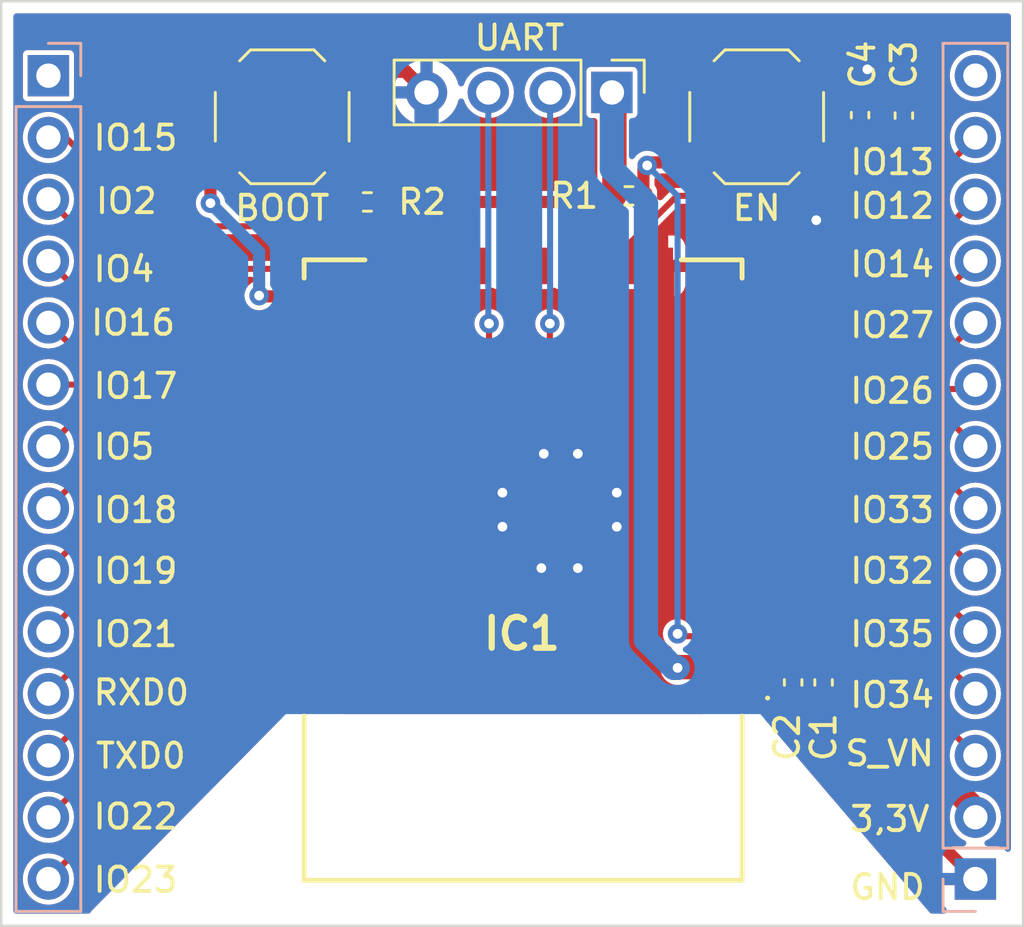
<source format=kicad_pcb>
(kicad_pcb (version 20240108) (generator "pcbnew") (generator_version "8.0")
  (layers (0 "F.Cu" signal) (31 "B.Cu" signal) (34 "B.Paste" user) (35 "F.Paste" user) (36 "B.SilkS" user "B.Silkscreen") (37 "F.SilkS" user "F.Silkscreen") (38 "B.Mask" user) (39 "F.Mask" user) (44 "Edge.Cuts" user))
  (net 0 "")
  (net 1 "GND")
  (net 2 "+3.3V")
  (net 3 "EN")
  (net 4 "IO19")
  (net 6 "IO21")
  (net 8 "IO2")
  (net 9 "IO16")
  (net 10 "IO25")
  (net 11 "IO13")
  (net 12 "RXD0")
  (net 13 "IO32")
  (net 14 "IO22")
  (net 15 "IO34")
  (net 17 "IO35")
  (net 19 "IO26")
  (net 21 "IO5")
  (net 22 "IO12")
  (net 24 "IO18")
  (net 25 "IO23")
  (net 26 "IO27")
  (net 27 "IO15")
  (net 28 "IO33")
  (net 29 "IO17")
  (net 31 "IO4")
  (net 32 "BOOT")
  (net 33 "SENSOR_VN")
  (net 34 "TXD0")
  (net 35 "IO14")
  (footprint "Capacitor_SMD:C_0402_1005Metric_Pad0.74x0.62mm_HandSolder" (layer "F.Cu") (at 134.75 60.5 -90)
    (property "Reference" "C2" (at 2.25 0.25 90) (layer "F.SilkS") (effects (font (thickness 0.16))))
    (property "Value" "22uF" (hide yes))
    (fp_line (start -0.115835 0.36) (end 0.115835 0.36) (stroke (width 0.12)) (layer "F.SilkS"))
    (fp_line (start -0.115835 -0.36) (end 0.115835 -0.36) (stroke (width 0.12)) (layer "F.SilkS"))
    (pad "1" smd roundrect (at -0.5675 0 270) (size 0.735 0.62) (layers "F.Cu" "F.Paste" "F.Mask") (net 2 "+3.3V"))
    (pad "2" smd roundrect (at 0.5675 0 270) (size 0.735 0.62) (layers "F.Cu" "F.Paste" "F.Mask") (net 1 "GND"))
  )
  (footprint "Button_Switch_SMD:SW_Push_1P1T_XKB_TS-1187A" (layer "F.Cu") (at 113.75 37.25)
    (property "Reference" "SW2" (hide yes))
    (property "Value" "BOOT" (at 0 3.75 0) (layer "F.SilkS") (effects (font (thickness 0.16))))
    (fp_line (start -2.75 -1) (end -2.75 1) (stroke (width 0.12)) (layer "F.SilkS"))
    (fp_line (start -1.75 -2.3) (end -1.3 -2.75) (stroke (width 0.12)) (layer "F.SilkS"))
    (fp_line (start -1.75 2.3) (end -1.3 2.75) (stroke (width 0.12)) (layer "F.SilkS"))
    (fp_line (start -1.3 -2.75) (end 1.3 -2.75) (stroke (width 0.12)) (layer "F.SilkS"))
    (fp_line (start -1.3 2.75) (end 1.3 2.75) (stroke (width 0.12)) (layer "F.SilkS"))
    (fp_line (start 1.75 -2.3) (end 1.3 -2.75) (stroke (width 0.12)) (layer "F.SilkS"))
    (fp_line (start 1.75 2.3) (end 1.3 2.75) (stroke (width 0.12)) (layer "F.SilkS"))
    (fp_line (start 2.75 -1) (end 2.75 1) (stroke (width 0.12)) (layer "F.SilkS"))
    (pad "1" smd rect (at -3 -1.875) (size 1 0.75) (layers "F.Cu" "F.Paste" "F.Mask") (net 1 "GND"))
    (pad "1" smd rect (at 3 -1.875) (size 1 0.75) (layers "F.Cu" "F.Paste" "F.Mask") (net 1 "GND"))
    (pad "2" smd rect (at -3 1.875) (size 1 0.75) (layers "F.Cu" "F.Paste" "F.Mask") (net 32 "BOOT"))
    (pad "2" smd rect (at 3 1.875) (size 1 0.75) (layers "F.Cu" "F.Paste" "F.Mask") (net 32 "BOOT"))
  )
  (footprint "Resistor_SMD:R_0402_1005Metric_Pad0.72x0.64mm_HandSolder" (layer "F.Cu") (at 128 40.5)
    (property "Reference" "R1" (at -2.25 0 0) (layer "F.SilkS") (effects (font (thickness 0.16))))
    (property "Value" "10kR" (hide yes))
    (fp_line (start -0.167621 -0.38) (end 0.167621 -0.38) (stroke (width 0.12)) (layer "F.SilkS"))
    (fp_line (start -0.167621 0.38) (end 0.167621 0.38) (stroke (width 0.12)) (layer "F.SilkS"))
    (pad "1" smd roundrect (at -0.5975 0) (size 0.715 0.64) (layers "F.Cu" "F.Paste" "F.Mask") (net 2 "+3.3V"))
    (pad "2" smd roundrect (at 0.5975 0) (size 0.715 0.64) (layers "F.Cu" "F.Paste" "F.Mask") (net 3 "EN"))
  )
  (footprint "Capacitor_SMD:C_0402_1005Metric_Pad0.74x0.62mm_HandSolder" (layer "F.Cu") (at 137.5 37.1825 -90)
    (property "Reference" "C4" (at -2.0825 -0.1 90) (layer "F.SilkS") (effects (font (thickness 0.16))))
    (property "Value" "100nF" (hide yes))
    (fp_line (start -0.115835 0.36) (end 0.115835 0.36) (stroke (width 0.12)) (layer "F.SilkS"))
    (fp_line (start -0.115835 -0.36) (end 0.115835 -0.36) (stroke (width 0.12)) (layer "F.SilkS"))
    (pad "1" smd roundrect (at -0.5675 0 270) (size 0.735 0.62) (layers "F.Cu" "F.Paste" "F.Mask") (net 1 "GND"))
    (pad "2" smd roundrect (at 0.5675 0 270) (size 0.735 0.62) (layers "F.Cu" "F.Paste" "F.Mask") (net 3 "EN"))
  )
  (footprint "User_defined_footprints:ESP32WROOM32EN4" (layer "F.Cu") (at 123.65 55.88 180)
    (property "Reference" "IC1" (at 0.05 -2.62 180) (layer "F.SilkS") (effects (font (size 1.27 1.27) (thickness 0.254))))
    (property "Value" "ESP32-WROOM-32E-N4" (hide yes))
    (fp_line (start 9 12.75) (end 6.5 12.75) (stroke (width 0.2)) (layer "F.SilkS"))
    (fp_line (start 9 12) (end 9 12.75) (stroke (width 0.2)) (layer "F.SilkS"))
    (fp_line (start 9 -12.75) (end 9 -6) (stroke (width 0.2)) (layer "F.SilkS"))
    (fp_line (start -6.5 12.75) (end -9 12.75) (stroke (width 0.2)) (layer "F.SilkS"))
    (fp_line (start -9 12.75) (end -9 12) (stroke (width 0.2)) (layer "F.SilkS"))
    (fp_line (start -9 -6) (end -9 -12.75) (stroke (width 0.2)) (layer "F.SilkS"))
    (fp_line (start -9 -12.75) (end 9 -12.75) (stroke (width 0.2)) (layer "F.SilkS"))
    (fp_line (start -10 -5.26) (end -10 -5.26) (stroke (width 0.1)) (layer "F.SilkS"))
    (fp_line (start -10.1 -5.26) (end -10.1 -5.26) (stroke (width 0.1)) (layer "F.SilkS"))
    (fp_arc (start -10 -5.26) (mid -10.05 -5.21) (end -10.1 -5.26) (stroke (width 0.1)) (layer "F.SilkS"))
    (fp_arc (start -10.1 -5.26) (mid -10.05 -5.31) (end -10 -5.26) (stroke (width 0.1)) (layer "F.SilkS"))
    (pad "1" smd rect (at -8.75 -5.26 270) (size 0.9 1.5) (layers "F.Cu" "F.Paste" "F.Mask") (net 1 "GND"))
    (pad "2" smd rect (at -8.75 -3.99 270) (size 0.9 1.5) (layers "F.Cu" "F.Paste" "F.Mask") (net 2 "+3.3V"))
    (pad "3" smd rect (at -8.75 -2.72 270) (size 0.9 1.5) (layers "F.Cu" "F.Paste" "F.Mask") (net 3 "EN"))
    (pad "4" smd rect (at -8.75 -1.45 270) (size 0.9 1.5) (layers "F.Cu" "F.Paste" "F.Mask") (net 2 "+3.3V"))
    (pad "5" smd rect (at -8.75 -0.18 270) (size 0.9 1.5) (layers "F.Cu" "F.Paste" "F.Mask") (net 33 "SENSOR_VN"))
    (pad "6" smd rect (at -8.75 1.09 270) (size 0.9 1.5) (layers "F.Cu" "F.Paste" "F.Mask") (net 15 "IO34"))
    (pad "7" smd rect (at -8.75 2.36 270) (size 0.9 1.5) (layers "F.Cu" "F.Paste" "F.Mask") (net 17 "IO35"))
    (pad "8" smd rect (at -8.75 3.63 270) (size 0.9 1.5) (layers "F.Cu" "F.Paste" "F.Mask") (net 13 "IO32"))
    (pad "9" smd rect (at -8.75 4.9 270) (size 0.9 1.5) (layers "F.Cu" "F.Paste" "F.Mask") (net 28 "IO33"))
    (pad "10" smd rect (at -8.75 6.17 270) (size 0.9 1.5) (layers "F.Cu" "F.Paste" "F.Mask") (net 10 "IO25"))
    (pad "11" smd rect (at -8.75 7.44 270) (size 0.9 1.5) (layers "F.Cu" "F.Paste" "F.Mask") (net 19 "IO26"))
    (pad "12" smd rect (at -8.75 8.71 270) (size 0.9 1.5) (layers "F.Cu" "F.Paste" "F.Mask") (net 26 "IO27"))
    (pad "13" smd rect (at -8.75 9.98 270) (size 0.9 1.5) (layers "F.Cu" "F.Paste" "F.Mask") (net 35 "IO14"))
    (pad "14" smd rect (at -8.75 11.25 270) (size 0.9 1.5) (layers "F.Cu" "F.Paste" "F.Mask") (net 22 "IO12"))
    (pad "15" smd rect (at -5.715 12.5 180) (size 0.9 1.5) (layers "F.Cu" "F.Paste" "F.Mask") (net 1 "GND"))
    (pad "16" smd rect (at -4.445 12.5 180) (size 0.9 1.5) (layers "F.Cu" "F.Paste" "F.Mask") (net 11 "IO13"))
    (pad "17" smd rect (at -3.175 12.5 180) (size 0.9 1.5) (layers "F.Cu" "F.Paste" "F.Mask"))
    (pad "18" smd rect (at -1.905 12.5 180) (size 0.9 1.5) (layers "F.Cu" "F.Paste" "F.Mask"))
    (pad "19" smd rect (at -0.635 12.5 180) (size 0.9 1.5) (layers "F.Cu" "F.Paste" "F.Mask"))
    (pad "20" smd rect (at 0.635 12.5 180) (size 0.9 1.5) (layers "F.Cu" "F.Paste" "F.Mask"))
    (pad "21" smd rect (at 1.905 12.5 180) (size 0.9 1.5) (layers "F.Cu" "F.Paste" "F.Mask"))
    (pad "22" smd rect (at 3.175 12.5 180) (size 0.9 1.5) (layers "F.Cu" "F.Paste" "F.Mask"))
    (pad "23" smd rect (at 4.445 12.5 180) (size 0.9 1.5) (layers "F.Cu" "F.Paste" "F.Mask") (net 27 "IO15"))
    (pad "24" smd rect (at 5.715 12.5 180) (size 0.9 1.5) (layers "F.Cu" "F.Paste" "F.Mask") (net 8 "IO2"))
    (pad "25" smd rect (at 8.75 11.25 270) (size 0.9 1.5) (layers "F.Cu" "F.Paste" "F.Mask") (net 32 "BOOT"))
    (pad "26" smd rect (at 8.75 9.98 270) (size 0.9 1.5) (layers "F.Cu" "F.Paste" "F.Mask") (net 31 "IO4"))
    (pad "27" smd rect (at 8.75 8.71 270) (size 0.9 1.5) (layers "F.Cu" "F.Paste" "F.Mask") (net 9 "IO16"))
    (pad "28" smd rect (at 8.75 7.44 270) (size 0.9 1.5) (layers "F.Cu" "F.Paste" "F.Mask") (net 29 "IO17"))
    (pad "29" smd rect (at 8.75 6.17 270) (size 0.9 1.5) (layers "F.Cu" "F.Paste" "F.Mask") (net 21 "IO5"))
    (pad "30" smd rect (at 8.75 4.9 270) (size 0.9 1.5) (layers "F.Cu" "F.Paste" "F.Mask") (net 24 "IO18"))
    (pad "31" smd rect (at 8.75 3.63 270) (size 0.9 1.5) (layers "F.Cu" "F.Paste" "F.Mask") (net 4 "IO19"))
    (pad "32" smd rect (at 8.75 2.36 270) (size 0.9 1.5) (layers "F.Cu" "F.Paste" "F.Mask"))
    (pad "33" smd rect (at 8.75 1.09 270) (size 0.9 1.5) (layers "F.Cu" "F.Paste" "F.Mask") (net 6 "IO21"))
    (pad "34" smd rect (at 8.75 -0.18 270) (size 0.9 1.5) (layers "F.Cu" "F.Paste" "F.Mask") (net 12 "RXD0"))
    (pad "35" smd rect (at 8.75 -1.45 270) (size 0.9 1.5) (layers "F.Cu" "F.Paste" "F.Mask") (net 34 "TXD0"))
    (pad "36" smd rect (at 8.75 -2.72 270) (size 0.9 1.5) (layers "F.Cu" "F.Paste" "F.Mask") (net 14 "IO22"))
    (pad "37" smd rect (at 8.75 -3.99 270) (size 0.9 1.5) (layers "F.Cu" "F.Paste" "F.Mask") (net 25 "IO23"))
    (pad "38" smd rect (at 8.75 -5.26 270) (size 0.9 1.5) (layers "F.Cu" "F.Paste" "F.Mask") (net 1 "GND"))
    (pad "39" smd rect (at -2.9 1.06 270) (size 0.9 0.9) (layers "F.Cu" "F.Paste" "F.Mask") (net 1 "GND"))
    (pad "40" smd rect (at -2.9 2.46 270) (size 0.9 0.9) (layers "F.Cu" "F.Paste" "F.Mask") (net 1 "GND"))
    (pad "41" smd rect (at -2.9 3.86 270) (size 0.9 0.9) (layers "F.Cu" "F.Paste" "F.Mask") (net 1 "GND"))
    (pad "42" smd rect (at -1.5 3.86 270) (size 0.9 0.9) (layers "F.Cu" "F.Paste" "F.Mask") (net 1 "GND"))
    (pad "43" smd rect (at -0.1 3.86 270) (size 0.9 0.9) (layers "F.Cu" "F.Paste" "F.Mask") (net 1 "GND"))
    (pad "44" smd rect (at -0.1 2.46 270) (size 0.9 0.9) (layers "F.Cu" "F.Paste" "F.Mask") (net 1 "GND"))
    (pad "45" smd rect (at -0.1 1.06 270) (size 0.9 0.9) (layers "F.Cu" "F.Paste" "F.Mask") (net 1 "GND"))
    (pad "46" smd rect (at -1.5 1.06 270) (size 0.9 0.9) (layers "F.Cu" "F.Paste" "F.Mask") (net 1 "GND"))
    (pad "47" smd rect (at -1.5 2.46 270) (size 0.9 0.9) (layers "F.Cu" "F.Paste" "F.Mask") (net 1 "GND"))
  )
  (footprint "Capacitor_SMD:C_0402_1005Metric_Pad0.74x0.62mm_HandSolder" (layer "F.Cu") (at 136 60.5 -90)
    (property "Reference" "C1" (at 2.25 0 90) (layer "F.SilkS") (effects (font (thickness 0.16))))
    (property "Value" "100nF" (hide yes))
    (fp_line (start -0.115835 0.36) (end 0.115835 0.36) (stroke (width 0.12)) (layer "F.SilkS"))
    (fp_line (start -0.115835 -0.36) (end 0.115835 -0.36) (stroke (width 0.12)) (layer "F.SilkS"))
    (pad "1" smd roundrect (at -0.5675 0 270) (size 0.735 0.62) (layers "F.Cu" "F.Paste" "F.Mask") (net 2 "+3.3V"))
    (pad "2" smd roundrect (at 0.5675 0 270) (size 0.735 0.62) (layers "F.Cu" "F.Paste" "F.Mask") (net 1 "GND"))
  )
  (footprint "Connector_PinHeader_2.54mm:PinHeader_1x04_P2.54mm_Vertical" (layer "F.Cu") (at 127.3 36.25 -90)
    (property "Reference" "J3" (hide yes))
    (property "Value" "UART" (at -2.25 3.8 180) (layer "F.SilkS") (effects (font (thickness 0.16))))
    (fp_line (start -1.33 8.95) (end 1.33 8.95) (stroke (width 0.12)) (layer "F.SilkS"))
    (fp_line (start -1.33 1.27) (end -1.33 8.95) (stroke (width 0.12)) (layer "F.SilkS"))
    (fp_line (start -1.33 1.27) (end 1.33 1.27) (stroke (width 0.12)) (layer "F.SilkS"))
    (fp_line (start 1.33 1.27) (end 1.33 8.95) (stroke (width 0.12)) (layer "F.SilkS"))
    (fp_line (start -1.33 0) (end -1.33 -1.33) (stroke (width 0.12)) (layer "F.SilkS"))
    (fp_line (start -1.33 -1.33) (end 0 -1.33) (stroke (width 0.12)) (layer "F.SilkS"))
    (pad "1" thru_hole rect (at 0 0 270) (size 1.7 1.7) (drill 1) (layers "*.Cu" "*.Mask") (net 2 "+3.3V"))
    (pad "2" thru_hole oval (at 0 2.54 270) (size 1.7 1.7) (drill 1) (layers "*.Cu" "*.Mask") (net 34 "TXD0"))
    (pad "3" thru_hole oval (at 0 5.08 270) (size 1.7 1.7) (drill 1) (layers "*.Cu" "*.Mask") (net 12 "RXD0"))
    (pad "4" thru_hole oval (at 0 7.62 270) (size 1.7 1.7) (drill 1) (layers "*.Cu" "*.Mask") (net 1 "GND"))
  )
  (footprint "Capacitor_SMD:C_0402_1005Metric_Pad0.74x0.62mm_HandSolder" (layer "F.Cu") (at 139.3 37.2 90)
    (property "Reference" "C3" (at 2.1 0 270) (layer "F.SilkS") (effects (font (thickness 0.16))))
    (property "Value" "1uF" (hide yes))
    (fp_line (start -0.115835 -0.36) (end 0.115835 -0.36) (stroke (width 0.12)) (layer "F.SilkS"))
    (fp_line (start -0.115835 0.36) (end 0.115835 0.36) (stroke (width 0.12)) (layer "F.SilkS"))
    (pad "1" smd roundrect (at -0.5675 0 90) (size 0.735 0.62) (layers "F.Cu" "F.Paste" "F.Mask") (net 3 "EN"))
    (pad "2" smd roundrect (at 0.5675 0 90) (size 0.735 0.62) (layers "F.Cu" "F.Paste" "F.Mask") (net 1 "GND"))
  )
  (footprint "Button_Switch_SMD:SW_Push_1P1T_XKB_TS-1187A" (layer "F.Cu") (at 133.25 37.25)
    (property "Reference" "SW1" (hide yes))
    (property "Value" "EN" (at 0 3.75 0) (layer "F.SilkS") (effects (font (thickness 0.16))))
    (fp_line (start -2.75 -1) (end -2.75 1) (stroke (width 0.12)) (layer "F.SilkS"))
    (fp_line (start -1.75 -2.3) (end -1.3 -2.75) (stroke (width 0.12)) (layer "F.SilkS"))
    (fp_line (start -1.75 2.3) (end -1.3 2.75) (stroke (width 0.12)) (layer "F.SilkS"))
    (fp_line (start -1.3 -2.75) (end 1.3 -2.75) (stroke (width 0.12)) (layer "F.SilkS"))
    (fp_line (start -1.3 2.75) (end 1.3 2.75) (stroke (width 0.12)) (layer "F.SilkS"))
    (fp_line (start 1.75 -2.3) (end 1.3 -2.75) (stroke (width 0.12)) (layer "F.SilkS"))
    (fp_line (start 1.75 2.3) (end 1.3 2.75) (stroke (width 0.12)) (layer "F.SilkS"))
    (fp_line (start 2.75 -1) (end 2.75 1) (stroke (width 0.12)) (layer "F.SilkS"))
    (pad "1" smd rect (at -3 -1.875) (size 1 0.75) (layers "F.Cu" "F.Paste" "F.Mask") (net 1 "GND"))
    (pad "1" smd rect (at 3 -1.875) (size 1 0.75) (layers "F.Cu" "F.Paste" "F.Mask") (net 1 "GND"))
    (pad "2" smd rect (at -3 1.875) (size 1 0.75) (layers "F.Cu" "F.Paste" "F.Mask") (net 3 "EN"))
    (pad "2" smd rect (at 3 1.875) (size 1 0.75) (layers "F.Cu" "F.Paste" "F.Mask") (net 3 "EN"))
  )
  (footprint "Resistor_SMD:R_0402_1005Metric_Pad0.72x0.64mm_HandSolder" (layer "F.Cu") (at 117.25 40.75 180)
    (property "Reference" "R2" (at -2.25 0 180) (layer "F.SilkS") (effects (font (thickness 0.16))))
    (property "Value" "10kR" (hide yes))
    (fp_line (start -0.167621 0.38) (end 0.167621 0.38) (stroke (width 0.12)) (layer "F.SilkS"))
    (fp_line (start -0.167621 -0.38) (end 0.167621 -0.38) (stroke (width 0.12)) (layer "F.SilkS"))
    (pad "1" smd roundrect (at -0.5975 0 180) (size 0.715 0.64) (layers "F.Cu" "F.Paste" "F.Mask") (net 2 "+3.3V"))
    (pad "2" smd roundrect (at 0.5975 0 180) (size 0.715 0.64) (layers "F.Cu" "F.Paste" "F.Mask") (net 32 "BOOT"))
  )
  (footprint "Connector_PinHeader_2.54mm:PinHeader_1x14_P2.54mm_Vertical" (layer "B.Cu") (at 104.14 35.56 180)
    (property "Reference" "J1" (hide yes))
    (property "Value" "Conn_01x14_Pin" (hide yes))
    (fp_line (start 1.33 -1.27) (end -1.33 -1.27) (stroke (width 0.12)) (layer "B.SilkS"))
    (fp_line (start 1.33 -34.35) (end 1.33 -1.27) (stroke (width 0.12)) (layer "B.SilkS"))
    (fp_line (start 1.33 -34.35) (end -1.33 -34.35) (stroke (width 0.12)) (layer "B.SilkS"))
    (fp_line (start 0 1.33) (end -1.33 1.33) (stroke (width 0.12)) (layer "B.SilkS"))
    (fp_line (start -1.33 1.33) (end -1.33 0) (stroke (width 0.12)) (layer "B.SilkS"))
    (fp_line (start -1.33 -34.35) (end -1.33 -1.27) (stroke (width 0.12)) (layer "B.SilkS"))
    (pad "1" thru_hole rect (at 0 0 180) (size 1.7 1.7) (drill 1) (layers "*.Cu" "*.Mask"))
    (pad "2" thru_hole oval (at 0 -2.54 180) (size 1.7 1.7) (drill 1) (layers "*.Cu" "*.Mask") (net 27 "IO15"))
    (pad "3" thru_hole oval (at 0 -5.08 180) (size 1.7 1.7) (drill 1) (layers "*.Cu" "*.Mask") (net 8 "IO2"))
    (pad "4" thru_hole oval (at 0 -7.62 180) (size 1.7 1.7) (drill 1) (layers "*.Cu" "*.Mask") (net 31 "IO4"))
    (pad "5" thru_hole oval (at 0 -10.16 180) (size 1.7 1.7) (drill 1) (layers "*.Cu" "*.Mask") (net 9 "IO16"))
    (pad "6" thru_hole oval (at 0 -12.7 180) (size 1.7 1.7) (drill 1) (layers "*.Cu" "*.Mask") (net 29 "IO17"))
    (pad "7" thru_hole oval (at 0 -15.24 180) (size 1.7 1.7) (drill 1) (layers "*.Cu" "*.Mask") (net 21 "IO5"))
    (pad "8" thru_hole oval (at 0 -17.78 180) (size 1.7 1.7) (drill 1) (layers "*.Cu" "*.Mask") (net 24 "IO18"))
    (pad "9" thru_hole oval (at 0 -20.32 180) (size 1.7 1.7) (drill 1) (layers "*.Cu" "*.Mask") (net 4 "IO19"))
    (pad "10" thru_hole oval (at 0 -22.86 180) (size 1.7 1.7) (drill 1) (layers "*.Cu" "*.Mask") (net 6 "IO21"))
    (pad "11" thru_hole oval (at 0 -25.4 180) (size 1.7 1.7) (drill 1) (layers "*.Cu" "*.Mask") (net 12 "RXD0"))
    (pad "12" thru_hole oval (at 0 -27.94 180) (size 1.7 1.7) (drill 1) (layers "*.Cu" "*.Mask") (net 34 "TXD0"))
    (pad "13" thru_hole oval (at 0 -30.48 180) (size 1.7 1.7) (drill 1) (layers "*.Cu" "*.Mask") (net 14 "IO22"))
    (pad "14" thru_hole oval (at 0 -33.02 180) (size 1.7 1.7) (drill 1) (layers "*.Cu" "*.Mask") (net 25 "IO23"))
  )
  (footprint "Connector_PinHeader_2.54mm:PinHeader_1x14_P2.54mm_Vertical" (layer "B.Cu") (at 142.24 68.58)
    (property "Reference" "J2" (hide yes))
    (property "Value" "Conn_01x14_Pin" (hide yes))
    (fp_line (start -1.33 -34.35) (end -1.33 -1.27) (stroke (width 0.12)) (layer "B.SilkS"))
    (fp_line (start -1.33 1.33) (end -1.33 0) (stroke (width 0.12)) (layer "B.SilkS"))
    (fp_line (start 0 1.33) (end -1.33 1.33) (stroke (width 0.12)) (layer "B.SilkS"))
    (fp_line (start 1.33 -34.35) (end -1.33 -34.35) (stroke (width 0.12)) (layer "B.SilkS"))
    (fp_line (start 1.33 -34.35) (end 1.33 -1.27) (stroke (width 0.12)) (layer "B.SilkS"))
    (fp_line (start 1.33 -1.27) (end -1.33 -1.27) (stroke (width 0.12)) (layer "B.SilkS"))
    (pad "1" thru_hole rect (at 0 0) (size 1.7 1.7) (drill 1) (layers "*.Cu" "*.Mask") (net 1 "GND"))
    (pad "2" thru_hole oval (at 0 -2.54) (size 1.7 1.7) (drill 1) (layers "*.Cu" "*.Mask") (net 2 "+3.3V"))
    (pad "3" thru_hole oval (at 0 -5.08) (size 1.7 1.7) (drill 1) (layers "*.Cu" "*.Mask") (net 33 "SENSOR_VN"))
    (pad "4" thru_hole oval (at 0 -7.62) (size 1.7 1.7) (drill 1) (layers "*.Cu" "*.Mask") (net 15 "IO34"))
    (pad "5" thru_hole oval (at 0 -10.16) (size 1.7 1.7) (drill 1) (layers "*.Cu" "*.Mask") (net 17 "IO35"))
    (pad "6" thru_hole oval (at 0 -12.7) (size 1.7 1.7) (drill 1) (layers "*.Cu" "*.Mask") (net 13 "IO32"))
    (pad "7" thru_hole oval (at 0 -15.24) (size 1.7 1.7) (drill 1) (layers "*.Cu" "*.Mask") (net 28 "IO33"))
    (pad "8" thru_hole oval (at 0 -17.78) (size 1.7 1.7) (drill 1) (layers "*.Cu" "*.Mask") (net 10 "IO25"))
    (pad "9" thru_hole oval (at 0 -20.32) (size 1.7 1.7) (drill 1) (layers "*.Cu" "*.Mask") (net 19 "IO26"))
    (pad "10" thru_hole oval (at 0 -22.86) (size 1.7 1.7) (drill 1) (layers "*.Cu" "*.Mask") (net 26 "IO27"))
    (pad "11" thru_hole oval (at 0 -25.4) (size 1.7 1.7) (drill 1) (layers "*.Cu" "*.Mask") (net 35 "IO14"))
    (pad "12" thru_hole oval (at 0 -27.94) (size 1.7 1.7) (drill 1) (layers "*.Cu" "*.Mask") (net 22 "IO12"))
    (pad "13" thru_hole oval (at 0 -30.48) (size 1.7 1.7) (drill 1) (layers "*.Cu" "*.Mask") (net 11 "IO13"))
    (pad "14" thru_hole oval (at 0 -33.02) (size 1.7 1.7) (drill 1) (layers "*.Cu" "*.Mask"))
  )
  (gr_rect (start 102.2 32.5) (end 144.2 70.5) (stroke (width 0.1)) (fill none) (layer "Edge.Cuts"))
  (gr_text "IO35" (at 137 59.1 0) (layer "F.SilkS") (effects (font (size 1 1) (thickness 0.16)) (justify left bottom)))
  (gr_text "IO12" (at 137 41.5 0) (layer "F.SilkS") (effects (font (size 1 1) (thickness 0.16)) (justify left bottom)))
  (gr_text "S_VN" (at 136.8 64 0) (layer "F.SilkS") (effects (font (size 1 1) (thickness 0.16)) (justify left bottom)))
  (gr_text "IO14" (at 137 43.9 0) (layer "F.SilkS") (effects (font (size 1 1) (thickness 0.16)) (justify left bottom)))
  (gr_text "IO17" (at 105.9 48.9 0) (layer "F.SilkS") (effects (font (size 1 1) (thickness 0.16)) (justify left bottom)))
  (gr_text "IO19" (at 105.9 56.5 0) (layer "F.SilkS") (effects (font (size 1 1) (thickness 0.16)) (justify left bottom)))
  (gr_text "IO34" (at 137 61.6 0) (layer "F.SilkS") (effects (font (size 1 1) (thickness 0.16)) (justify left bottom)))
  (gr_text "IO25" (at 137 51.4 0) (layer "F.SilkS") (effects (font (size 1 1) (thickness 0.16)) (justify left bottom)))
  (gr_text "RXD0" (at 105.9 61.5 0) (layer "F.SilkS") (effects (font (size 1 1) (thickness 0.16)) (justify left bottom)))
  (gr_text "IO4" (at 105.9 44.1 0) (layer "F.SilkS") (effects (font (size 1 1) (thickness 0.16)) (justify left bottom)))
  (gr_text "IO26" (at 137 49.1 0) (layer "F.SilkS") (effects (font (size 1 1) (thickness 0.16)) (justify left bottom)))
  (gr_text "IO15" (at 105.9 38.7 0) (layer "F.SilkS") (effects (font (size 1 1) (thickness 0.16)) (justify left bottom)))
  (gr_text "IO22" (at 105.9 66.6 0) (layer "F.SilkS") (effects (font (size 1 1) (thickness 0.16)) (justify left bottom)))
  (gr_text "IO2" (at 106 41.3 0) (layer "F.SilkS") (effects (font (size 1 1) (thickness 0.16)) (justify left bottom)))
  (gr_text "IO21" (at 105.9 59.1 0) (layer "F.SilkS") (effects (font (size 1 1) (thickness 0.16)) (justify left bottom)))
  (gr_text "GND" (at 137 69.5 0) (layer "F.SilkS") (effects (font (size 1 1) (thickness 0.16)) (justify left bottom)))
  (gr_text "IO33" (at 137 54 0) (layer "F.SilkS") (effects (font (size 1 1) (thickness 0.16)) (justify left bottom)))
  (gr_text "IO23" (at 105.9 69.2 0) (layer "F.SilkS") (effects (font (size 1 1) (thickness 0.16)) (justify left bottom)))
  (gr_text "IO5" (at 105.9 51.4 0) (layer "F.SilkS") (effects (font (size 1 1) (thickness 0.16)) (justify left bottom)))
  (gr_text "IO18" (at 105.9 54 0) (layer "F.SilkS") (effects (font (size 1 1) (thickness 0.16)) (justify left bottom)))
  (gr_text "IO32" (at 137 56.5 0) (layer "F.SilkS") (effects (font (size 1 1) (thickness 0.16)) (justify left bottom)))
  (gr_text "IO16" (at 105.8 46.3 0) (layer "F.SilkS") (effects (font (size 1 1) (thickness 0.16)) (justify left bottom)))
  (gr_text "TXD0" (at 106 64.1 0) (layer "F.SilkS") (effects (font (size 1 1) (thickness 0.16)) (justify left bottom)))
  (gr_text "IO13" (at 137 39.7 0) (layer "F.SilkS") (effects (font (size 1 1) (thickness 0.16)) (justify left bottom)))
  (gr_text "IO27" (at 137 46.4 0) (layer "F.SilkS") (effects (font (size 1 1) (thickness 0.16)) (justify left bottom)))
  (gr_text "3,3V" (at 137 66.7 0) (layer "F.SilkS") (effects (font (size 1 1) (thickness 0.16)) (justify left bottom)))
  (segment (start 125.15 52.02) (end 125.15 54.82) (width 1) (layer "F.Cu") (net 1))
  (segment (start 139.3 36.6325) (end 137.5175 36.6325) (width 0.5) (layer "F.Cu") (net 1))
  (segment (start 124.4 55.8) (end 124.4 55.57) (width 1) (layer "F.Cu") (net 1))
  (segment (start 129.365 47.805) (end 129.365 43.38) (width 1) (layer "F.Cu") (net 1))
  (segment (start 136 61.0675) (end 134.75 61.0675) (width 0.5) (layer "F.Cu") (net 1))
  (segment (start 126.53 54.8) (end 126.55 54.82) (width 1) (layer "F.Cu") (net 1))
  (segment (start 137.49 36.615) (end 136.25 35.375) (width 0.5) (layer "F.Cu") (net 1))
  (segment (start 123.8 52.07) (end 123.8 54.77) (width 1) (layer "F.Cu") (net 1))
  (segment (start 136 62.34) (end 136 61.0675) (width 0.5) (layer "F.Cu") (net 1))
  (segment (start 137.5175 36.6325) (end 137.5 36.615) (width 0.5) (layer "F.Cu") (net 1))
  (segment (start 126.47 54.74) (end 126.55 54.82) (width 1) (layer "F.Cu") (net 1))
  (segment (start 125.23 52.1) (end 124.5 52.1) (width 1) (layer "F.Cu") (net 1))
  (segment (start 116.75 35.375) (end 118.805 35.375) (width 0.55) (layer "F.Cu") (net 1))
  (segment (start 123.83 52.1) (end 123.75 52.02) (width 1) (layer "F.Cu") (net 1))
  (segment (start 125.9 51.27) (end 125.15 52.02) (width 1) (layer "F.Cu") (net 1))
  (segment (start 125.9 51.1) (end 125.9 51.27) (width 1) (layer "F.Cu") (net 1))
  (segment (start 125.9 58.1) (end 125.9 55.8) (width 1) (layer "F.Cu") (net 1))
  (segment (start 137.9675 35.3) (end 139.3 36.6325) (width 0.25) (layer "F.Cu") (net 1))
  (segment (start 123.8 54.77) (end 123.75 54.82) (width 1) (layer "F.Cu") (net 1))
  (segment (start 127.5 52.7) (end 127.27 52.7) (width 1) (layer "F.Cu") (net 1))
  (segment (start 124.5 51.1) (end 124.5 51.37) (width 1) (layer "F.Cu") (net 1))
  (segment (start 136.25 35.375) (end 136.26 35.375) (width 0.25) (layer "F.Cu") (net 1))
  (segment (start 125.9 55.8) (end 125.9 55.57) (width 1) (layer "F.Cu") (net 1))
  (segment (start 119.06 61.14) (end 124.4 55.8) (width 1) (layer "F.Cu") (net 1))
  (segment (start 137.55 36.665) (end 137.5 36.615) (width 0.5) (layer "F.Cu") (net 1))
  (segment (start 129.365 43.38) (end 133.82 43.38) (width 0.25) (layer "F.Cu") (net 1))
  (segment (start 123.07 54.1) (end 123.75 53.42) (width 1) (layer "F.Cu") (net 1))
  (segment (start 132.4 61.14) (end 128.94 61.14) (width 1) (layer "F.Cu") (net 1))
  (segment (start 126.47 52.1) (end 124.5 52.1) (width 1) (layer "F.Cu") (net 1))
  (segment (start 123.91 53.42) (end 125.23 52.1) (width 1) (layer "F.Cu") (net 1))
  (segment (start 132.4725 61.0675) (end 132.4 61.14) (width 0.5) (layer "F.Cu") (net 1))
  (segment (start 116.75 35.375) (end 110.75 35.375) (width 0.55) (layer "F.Cu") (net 1))
  (segment (start 124.4 55.47) (end 123.75 54.82) (width 1) (layer "F.Cu") (net 1))
  (segment (start 114.9 61.14) (end 119.06 61.14) (width 1) (layer "F.Cu") (net 1))
  (segment (start 127.27 54.1) (end 126.55 54.82) (width 1) (layer "F.Cu") (net 1))
  (segment (start 142.24 68.58) (end 136 62.34) (width 0.5) (layer "F.Cu") (net 1))
  (segment (start 124.4 55.57) (end 125.15 54.82) (width 1) (layer "F.Cu") (net 1))
  (segment (start 126.47 52.1) (end 126.47 54.74) (width 1) (layer "F.Cu") (net 1))
  (segment (start 130.25 35.375) (end 136.25 35.375) (width 0.5) (layer "F.Cu") (net 1))
  (segment (start 124.5 51.1) (end 124.5 51.27) (width 1) (layer "F.Cu") (net 1))
  (segment (start 122.8 52.7) (end 123.03 52.7) (width 1) (layer "F.Cu") (net 1))
  (segment (start 125.9 55.47) (end 126.55 54.82) (width 1) (layer "F.Cu") (net 1))
  (segment (start 127.27 52.7) (end 126.55 53.42) (width 1) (layer "F.Cu") (net 1))
  (segment (start 127.23 52.7) (end 126.55 52.02) (width 1) (layer "F.Cu") (net 1))
  (segment (start 136.325 35.3) (end 136.25 35.375) (width 0.25) (layer "F.Cu") (net 1))
  (segment (start 123.75 53.42) (end 123.91 53.42) (width 1) (layer "F.Cu") (net 1))
  (segment (start 118.805 35.375) (end 119.68 36.25) (width 0.55) (layer "F.Cu") (net 1))
  (segment (start 124.5 51.37) (end 125.15 52.02) (width 1) (layer "F.Cu") (net 1))
  (segment (start 122.8 54.1) (end 123.03 54.1) (width 1) (layer "F.Cu") (net 1))
  (segment (start 123.03 52.7) (end 123.75 53.42) (width 1) (layer "F.Cu") (net 1))
  (segment (start 125.9 51.27) (end 129.365 47.805) (width 1) (layer "F.Cu") (net 1))
  (segment (start 126.55 53.42) (end 125.23 52.1) (width 1) (layer "F.Cu") (net 1))
  (segment (start 126.55 52.02) (end 126.47 52.1) (width 1) (layer "F.Cu") (net 1))
  (segment (start 127.5 52.7) (end 127.23 52.7) (width 1) (layer "F.Cu") (net 1))
  (segment (start 125.9 55.8) (end 125.9 55.47) (width 1) (layer "F.Cu") (net 1))
  (segment (start 124.5 52.1) (end 123.83 52.1) (width 1) (layer "F.Cu") (net 1))
  (segment (start 124.5 51.27) (end 123.75 52.02) (width 1) (layer "F.Cu") (net 1))
  (segment (start 123.75 53.42) (end 125.15 54.82) (width 1) (layer "F.Cu") (net 1))
  (segment (start 125.9 51.37) (end 126.55 52.02) (width 1) (layer "F.Cu") (net 1))
  (segment (start 125.9 55.57) (end 125.15 54.82) (width 1) (layer "F.Cu") (net 1))
  (segment (start 133.82 43.38) (end 135.7 41.5) (width 0.25) (layer "F.Cu") (net 1))
  (segment (start 127.23 54.1) (end 126.55 53.42) (width 1) (layer "F.Cu") (net 1))
  (segment (start 122.8 52.7) (end 123.07 52.7) (width 1) (layer "F.Cu") (net 1))
  (segment (start 127.5 54.1) (end 127.23 54.1) (width 1) (layer "F.Cu") (net 1))
  (segment (start 125.15 54.82) (end 126.55 53.42) (width 1) (layer "F.Cu") (net 1))
  (segment (start 122.8 54.1) (end 123.07 54.1) (width 1) (layer "F.Cu") (net 1))
  (segment (start 123.07 52.7) (end 123.75 52.02) (width 1) (layer "F.Cu") (net 1))
  (segment (start 137.5 36.615) (end 137.49 36.615) (width 0.5) (layer "F.Cu") (net 1))
  (segment (start 128.94 61.14) (end 125.9 58.1) (width 1) (layer "F.Cu") (net 1))
  (segment (start 123.03 54.1) (end 123.75 54.82) (width 1) (layer "F.Cu") (net 1))
  (segment (start 137.8 35.3) (end 136.325 35.3) (width 0.25) (layer "F.Cu") (net 1))
  (segment (start 123.75 53.42) (end 126.55 53.42) (width 1) (layer "F.Cu") (net 1))
  (segment (start 124.4 55.8) (end 124.4 55.47) (width 1) (layer "F.Cu") (net 1))
  (segment (start 134.75 61.0675) (end 132.4725 61.0675) (width 0.5) (layer "F.Cu") (net 1))
  (segment (start 127.5 54.1) (end 127.27 54.1) (width 1) (layer "F.Cu") (net 1))
  (segment (start 137.8 35.3) (end 137.9675 35.3) (width 0.25) (layer "F.Cu") (net 1))
  (segment (start 125.9 51.1) (end 125.9 51.37) (width 1) (layer "F.Cu") (net 1))
  (segment (start 123.75 54.82) (end 123.77 54.8) (width 1) (layer "F.Cu") (net 1))
  (segment (start 123.75 52.02) (end 123.8 52.07) (width 1) (layer "F.Cu") (net 1))
  (segment (start 123.77 54.8) (end 126.53 54.8) (width 1) (layer "F.Cu") (net 1))
  (via (at 122.8 52.7) (size 0.8) (drill 0.4) (layers "F.Cu" "B.Cu") (net 1))
  (via (at 124.4 55.8) (size 0.8) (drill 0.4) (layers "F.Cu" "B.Cu") (net 1))
  (via (at 137.8 35.3) (size 0.8) (drill 0.4) (layers "F.Cu" "B.Cu") (net 1))
  (via (at 125.9 51.1) (size 0.8) (drill 0.4) (layers "F.Cu" "B.Cu") (net 1))
  (via (at 124.5 51.1) (size 0.8) (drill 0.4) (layers "F.Cu" "B.Cu") (net 1))
  (via (at 127.5 54.1) (size 0.8) (drill 0.4) (layers "F.Cu" "B.Cu") (net 1))
  (via (at 125.9 55.8) (size 0.8) (drill 0.4) (layers "F.Cu" "B.Cu") (net 1))
  (via (at 135.7 41.5) (size 0.8) (drill 0.4) (layers "F.Cu" "B.Cu") (net 1))
  (via (at 127.5 52.7) (size 0.8) (drill 0.4) (layers "F.Cu" "B.Cu") (net 1))
  (via (at 122.8 54.1) (size 0.8) (drill 0.4) (layers "F.Cu" "B.Cu") (net 1))
  (segment (start 135.7 41.5) (end 135.9 41.3) (width 0.25) (layer "B.Cu") (net 1))
  (segment (start 119.68 49.58) (end 122.8 52.7) (width 1) (layer "B.Cu") (net 1))
  (segment (start 135.9 41.3) (end 135.9 37.2) (width 0.25) (layer "B.Cu") (net 1))
  (segment (start 119.68 36.25) (end 119.68 49.58) (width 1) (layer "B.Cu") (net 1))
  (segment (start 135.9 37.2) (end 137.8 35.3) (width 0.25) (layer "B.Cu") (net 1))
  (segment (start 130.03 59.87) (end 130 59.9) (width 1) (layer "F.Cu") (net 2))
  (segment (start 136.57 59.87) (end 136.0625 59.87) (width 0.5) (layer "F.Cu") (net 2))
  (segment (start 136 59.9325) (end 134.75 59.9325) (width 1) (layer "F.Cu") (net 2))
  (segment (start 127.4025 36.3525) (end 127.3 36.25) (width 1) (layer "F.Cu") (net 2))
  (segment (start 117.8475 40.75) (end 127.1525 40.75) (width 0.5) (layer "F.Cu") (net 2))
  (segment (start 134.75 59.9325) (end 132.4625 59.9325) (width 1) (layer "F.Cu") (net 2))
  (segment (start 127.4025 40.5) (end 127.4025 36.3525) (width 1) (layer "F.Cu") (net 2))
  (segment (start 136.445948 59.9325) (end 136 59.9325) (width 1) (layer "F.Cu") (net 2))
  (segment (start 132.4 59.87) (end 130.03 59.87) (width 1) (layer "F.Cu") (net 2))
  (segment (start 134.03 57.33) (end 136.57 59.87) (width 0.5) (layer "F.Cu") (net 2))
  (segment (start 127.1525 40.75) (end 127.4025 40.5) (width 0.5) (layer "F.Cu") (net 2))
  (segment (start 132.4625 59.9325) (end 132.4 59.87) (width 0.5) (layer "F.Cu") (net 2))
  (segment (start 142.24 65.726552) (end 136.445948 59.9325) (width 1) (layer "F.Cu") (net 2))
  (segment (start 132.4 57.33) (end 134.03 57.33) (width 0.5) (layer "F.Cu") (net 2))
  (segment (start 136.0625 59.87) (end 136 59.9325) (width 0.5) (layer "F.Cu") (net 2))
  (segment (start 142.24 66.04) (end 142.24 65.726552) (width 1) (layer "F.Cu") (net 2))
  (via (at 130 59.9) (size 1) (drill 0.4) (layers "F.Cu" "B.Cu") (net 2))
  (segment (start 128.7 40.8) (end 127.3 39.4) (width 1) (layer "B.Cu") (net 2))
  (segment (start 130 59.9) (end 129.844365 59.9) (width 1) (layer "B.Cu") (net 2))
  (segment (start 128.7 58.755635) (end 128.7 40.8) (width 1) (layer "B.Cu") (net 2))
  (segment (start 127.3 39.4) (end 127.3 36.25) (width 1) (layer "B.Cu") (net 2))
  (segment (start 129.844365 59.9) (end 128.7 58.755635) (width 1) (layer "B.Cu") (net 2))
  (segment (start 137.5175 37.7675) (end 137.5 37.75) (width 0.5) (layer "F.Cu") (net 3))
  (segment (start 130.1 58.6) (end 130 58.5) (width 0.25) (layer "F.Cu") (net 3))
  (segment (start 128.5975 39.4025) (end 128.75 39.25) (width 0.5) (layer "F.Cu") (net 3))
  (segment (start 137.5 37.75) (end 137.5 37.875) (width 0.5) (layer "F.Cu") (net 3))
  (segment (start 130.125 39.25) (end 130.25 39.125) (width 0.25) (layer "F.Cu") (net 3))
  (segment (start 136.25 39.125) (end 136.25 39) (width 0.25) (layer "F.Cu") (net 3))
  (segment (start 130.25 39.125) (end 128.875 39.125) (width 0.5) (layer "F.Cu") (net 3))
  (segment (start 137.5 37.875) (end 136.25 39.125) (width 0.5) (layer "F.Cu") (net 3))
  (segment (start 130.25 39.125) (end 136.25 39.125) (width 0.55) (layer "F.Cu") (net 3))
  (segment (start 128.5975 40.5) (end 128.5975 39.4025) (width 0.5) (layer "F.Cu") (net 3))
  (segment (start 128.875 39.125) (end 128.75 39.25) (width 0.5) (layer "F.Cu") (net 3))
  (segment (start 139.3 37.7675) (end 137.5175 37.7675) (width 0.5) (layer "F.Cu") (net 3))
  (segment (start 132.4 58.6) (end 130.1 58.6) (width 0.25) (layer "F.Cu") (net 3))
  (via (at 130 58.5) (size 0.8) (drill 0.4) (layers "F.Cu" "B.Cu") (net 3))
  (via (at 128.75 39.25) (size 0.8) (drill 0.4) (layers "F.Cu" "B.Cu") (net 3))
  (segment (start 130 40.5) (end 128.75 39.25) (width 0.25) (layer "B.Cu") (net 3))
  (segment (start 130 58.5) (end 130 40.5) (width 0.25) (layer "B.Cu") (net 3))
  (segment (start 104.14 55.88) (end 107.77 52.25) (width 0.25) (layer "F.Cu") (net 4))
  (segment (start 107.77 52.25) (end 114.9 52.25) (width 0.25) (layer "F.Cu") (net 4))
  (segment (start 104.14 58.42) (end 107.77 54.79) (width 0.25) (layer "F.Cu") (net 6))
  (segment (start 107.77 54.79) (end 114.9 54.79) (width 0.25) (layer "F.Cu") (net 6))
  (segment (start 107 43.5) (end 117.815 43.5) (width 0.25) (layer "F.Cu") (net 8))
  (segment (start 104.14 40.64) (end 107 43.5) (width 0.25) (layer "F.Cu") (net 8))
  (segment (start 117.815 43.5) (end 117.935 43.38) (width 0.25) (layer "F.Cu") (net 8))
  (segment (start 105.59 47.17) (end 114.9 47.17) (width 0.25) (layer "F.Cu") (net 9))
  (segment (start 104.14 45.72) (end 105.59 47.17) (width 0.25) (layer "F.Cu") (net 9))
  (segment (start 132.4 49.71) (end 141.15 49.71) (width 0.25) (layer "F.Cu") (net 10))
  (segment (start 141.15 49.71) (end 142.24 50.8) (width 0.25) (layer "F.Cu") (net 10))
  (segment (start 139.84 40.5) (end 142.24 38.1) (width 0.25) (layer "F.Cu") (net 11))
  (segment (start 128.095 43.38) (end 128.095 42.38) (width 0.25) (layer "F.Cu") (net 11))
  (segment (start 128.095 42.38) (end 129.975 40.5) (width 0.25) (layer "F.Cu") (net 11))
  (segment (start 129.975 40.5) (end 139.84 40.5) (width 0.25) (layer "F.Cu") (net 11))
  (segment (start 109.04 56.06) (end 114.9 56.06) (width 0.25) (layer "F.Cu") (net 12))
  (segment (start 115.9 56.06) (end 122.25 49.71) (width 0.25) (layer "F.Cu") (net 12))
  (segment (start 114.9 56.06) (end 115.9 56.06) (width 0.25) (layer "F.Cu") (net 12))
  (segment (start 104.14 60.96) (end 109.04 56.06) (width 0.25) (layer "F.Cu") (net 12))
  (segment (start 122.25 49.71) (end 122.25 45.75) (width 0.25) (layer "F.Cu") (net 12))
  (via (at 122.25 45.75) (size 0.8) (drill 0.4) (layers "F.Cu" "B.Cu") (net 12))
  (segment (start 122.22 45.72) (end 122.22 36.25) (width 0.25) (layer "B.Cu") (net 12))
  (segment (start 122.25 45.75) (end 122.22 45.72) (width 0.25) (layer "B.Cu") (net 12))
  (segment (start 132.4 52.25) (end 138.61 52.25) (width 0.25) (layer "F.Cu") (net 13))
  (segment (start 138.61 52.25) (end 142.24 55.88) (width 0.25) (layer "F.Cu") (net 13))
  (segment (start 111.58 58.6) (end 114.9 58.6) (width 0.25) (layer "F.Cu") (net 14))
  (segment (start 104.14 66.04) (end 111.58 58.6) (width 0.25) (layer "F.Cu") (net 14))
  (segment (start 132.4 54.79) (end 136.07 54.79) (width 0.25) (layer "F.Cu") (net 15))
  (segment (start 136.07 54.79) (end 142.24 60.96) (width 0.25) (layer "F.Cu") (net 15))
  (segment (start 137.34 53.52) (end 142.24 58.42) (width 0.25) (layer "F.Cu") (net 17))
  (segment (start 132.4 53.52) (end 137.34 53.52) (width 0.25) (layer "F.Cu") (net 17))
  (segment (start 132.4 48.44) (end 142.06 48.44) (width 0.25) (layer "F.Cu") (net 19))
  (segment (start 142.06 48.44) (end 142.24 48.26) (width 0.25) (layer "F.Cu") (net 19))
  (segment (start 104.14 50.8) (end 105.23 49.71) (width 0.25) (layer "F.Cu") (net 21))
  (segment (start 105.23 49.71) (end 114.9 49.71) (width 0.25) (layer "F.Cu") (net 21))
  (segment (start 138.25 44.63) (end 142.24 40.64) (width 0.25) (layer "F.Cu") (net 22))
  (segment (start 132.4 44.63) (end 138.25 44.63) (width 0.25) (layer "F.Cu") (net 22))
  (segment (start 106.5 50.98) (end 114.9 50.98) (width 0.25) (layer "F.Cu") (net 24))
  (segment (start 104.14 53.34) (end 106.5 50.98) (width 0.25) (layer "F.Cu") (net 24))
  (segment (start 112.85 59.87) (end 114.9 59.87) (width 0.25) (layer "F.Cu") (net 25))
  (segment (start 104.14 68.58) (end 112.85 59.87) (width 0.25) (layer "F.Cu") (net 25))
  (segment (start 132.4 47.17) (end 140.79 47.17) (width 0.25) (layer "F.Cu") (net 26))
  (segment (start 140.79 47.17) (end 142.24 45.72) (width 0.25) (layer "F.Cu") (net 26))
  (segment (start 104.14 38.1) (end 104.85 38.1) (width 0.25) (layer "F.Cu") (net 27))
  (segment (start 119.205 42.8) (end 119.205 43.38) (width 0.25) (layer "F.Cu") (net 27))
  (segment (start 104.85 38.1) (end 108.5 41.75) (width 0.25) (layer "F.Cu") (net 27))
  (segment (start 118.155 41.75) (end 119.205 42.8) (width 0.25) (layer "F.Cu") (net 27))
  (segment (start 108.5 41.75) (end 118.155 41.75) (width 0.25) (layer "F.Cu") (net 27))
  (segment (start 132.4 50.98) (end 139.88 50.98) (width 0.25) (layer "F.Cu") (net 28))
  (segment (start 139.88 50.98) (end 142.24 53.34) (width 0.25) (layer "F.Cu") (net 28))
  (segment (start 104.14 48.26) (end 114.72 48.26) (width 0.25) (layer "F.Cu") (net 29))
  (segment (start 114.72 48.26) (end 114.9 48.44) (width 0.25) (layer "F.Cu") (net 29))
  (segment (start 104.14 43.18) (end 106.86 45.9) (width 0.25) (layer "F.Cu") (net 31))
  (segment (start 106.86 45.9) (end 114.9 45.9) (width 0.25) (layer "F.Cu") (net 31))
  (segment (start 116.75 39.125) (end 110.75 39.125) (width 0.55) (layer "F.Cu") (net 32))
  (segment (start 110.8 40.8) (end 110.8 39.175) (width 0.5) (layer "F.Cu") (net 32))
  (segment (start 112.83 44.63) (end 112.8 44.6) (width 0.5) (layer "F.Cu") (net 32))
  (segment (start 116.6525 40.75) (end 116.6525 39.2225) (width 0.5) (layer "F.Cu") (net 32))
  (segment (start 114.9 44.63) (end 112.83 44.63) (width 0.5) (layer "F.Cu") (net 32))
  (segment (start 116.6525 39.2225) (end 116.75 39.125) (width 0.5) (layer "F.Cu") (net 32))
  (segment (start 110.8 39.175) (end 110.75 39.125) (width 0.5) (layer "F.Cu") (net 32))
  (via (at 110.8 40.8) (size 0.8) (drill 0.4) (layers "F.Cu" "B.Cu") (net 32))
  (via (at 112.8 44.6) (size 0.8) (drill 0.4) (layers "F.Cu" "B.Cu") (net 32))
  (segment (start 112.8 42.8) (end 110.8 40.8) (width 0.5) (layer "B.Cu") (net 32))
  (segment (start 112.8 44.6) (end 112.8 42.8) (width 0.5) (layer "B.Cu") (net 32))
  (segment (start 132.4 56.06) (end 134.8 56.06) (width 0.25) (layer "F.Cu") (net 33))
  (segment (start 134.8 56.06) (end 142.24 63.5) (width 0.25) (layer "F.Cu") (net 33))
  (segment (start 114.9 57.33) (end 115.9 57.33) (width 0.25) (layer "F.Cu") (net 34))
  (segment (start 104.14 63.5) (end 110.31 57.33) (width 0.25) (layer "F.Cu") (net 34))
  (segment (start 115.9 57.33) (end 124.75 48.48) (width 0.25) (layer "F.Cu") (net 34))
  (segment (start 110.31 57.33) (end 114.9 57.33) (width 0.25) (layer "F.Cu") (net 34))
  (segment (start 124.75 48.48) (end 124.75 45.75) (width 0.25) (layer "F.Cu") (net 34))
  (via (at 124.75 45.75) (size 0.8) (drill 0.4) (layers "F.Cu" "B.Cu") (net 34))
  (segment (start 124.76 44.74) (end 124.76 36.25) (width 0.25) (layer "B.Cu") (net 34))
  (segment (start 124.75 44.75) (end 124.76 44.74) (width 0.25) (layer "B.Cu") (net 34))
  (segment (start 124.75 45.75) (end 124.75 44.75) (width 0.25) (layer "B.Cu") (net 34))
  (segment (start 139.52 45.9) (end 142.24 43.18) (width 0.25) (layer "F.Cu") (net 35))
  (segment (start 132.4 45.9) (end 139.52 45.9) (width 0.25) (layer "F.Cu") (net 35))
  (zone (net 1) (net_name "GND") (layers "F&B.Cu") (connect_pads (clearance 0)) (min_thickness 0.25) (fill yes (thermal_gap 0.5) (thermal_bridge_width 0.5))
    (polygon (pts (xy 102.7 33) (xy 102.7 70) (xy 143.7 70) (xy 143.7 33)))
  )
  (zone (net 0) (net_name "") (layers "F&B.Cu") (name "SAT") (connect_pads (clearance 0)) (min_thickness 0.25)
    (keepout (tracks not_allowed) (vias not_allowed) (pads not_allowed) (copperpour not_allowed) (footprints not_allowed))
    (fill (thermal_gap 0.5) (thermal_bridge_width 0.5))
    (polygon (pts (xy 113.9 61.8) (xy 133.4 61.8) (xy 140.4 70) (xy 140.4 70.5) (xy 105.9 70.5) (xy 105.9 69.9)))
  )
)
</source>
